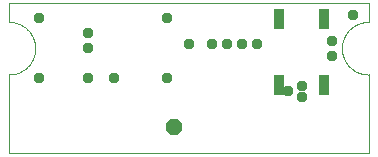
<source format=gbs>
G75*
%MOIN*%
%OFA0B0*%
%FSLAX25Y25*%
%IPPOS*%
%LPD*%
%AMOC8*
5,1,8,0,0,1.08239X$1,22.5*
%
%ADD10C,0.00000*%
%ADD11R,0.03800X0.06800*%
%ADD12C,0.03778*%
%ADD13OC8,0.05550*%
D10*
X0033333Y0005000D02*
X0033333Y0031250D01*
X0033546Y0031253D01*
X0033759Y0031260D01*
X0033972Y0031273D01*
X0034184Y0031291D01*
X0034396Y0031315D01*
X0034607Y0031343D01*
X0034817Y0031377D01*
X0035027Y0031416D01*
X0035236Y0031459D01*
X0035443Y0031508D01*
X0035649Y0031562D01*
X0035854Y0031621D01*
X0036057Y0031685D01*
X0036259Y0031754D01*
X0036459Y0031827D01*
X0036657Y0031906D01*
X0036853Y0031989D01*
X0037047Y0032077D01*
X0037239Y0032170D01*
X0037428Y0032268D01*
X0037615Y0032370D01*
X0037800Y0032476D01*
X0037982Y0032587D01*
X0038161Y0032703D01*
X0038337Y0032822D01*
X0038511Y0032946D01*
X0038681Y0033074D01*
X0038848Y0033207D01*
X0039012Y0033343D01*
X0039172Y0033483D01*
X0039329Y0033627D01*
X0039482Y0033775D01*
X0039632Y0033927D01*
X0039778Y0034082D01*
X0039920Y0034241D01*
X0040059Y0034403D01*
X0040193Y0034568D01*
X0040323Y0034737D01*
X0040449Y0034909D01*
X0040571Y0035084D01*
X0040689Y0035261D01*
X0040802Y0035442D01*
X0040911Y0035625D01*
X0041015Y0035811D01*
X0041115Y0035999D01*
X0041210Y0036190D01*
X0041300Y0036383D01*
X0041386Y0036578D01*
X0041467Y0036775D01*
X0041543Y0036974D01*
X0041614Y0037175D01*
X0041681Y0037377D01*
X0041742Y0037581D01*
X0041798Y0037787D01*
X0041850Y0037994D01*
X0041896Y0038202D01*
X0041937Y0038411D01*
X0041974Y0038621D01*
X0042005Y0038831D01*
X0042031Y0039043D01*
X0042051Y0039255D01*
X0042067Y0039468D01*
X0042077Y0039680D01*
X0042082Y0039893D01*
X0042082Y0040107D01*
X0042077Y0040320D01*
X0042067Y0040532D01*
X0042051Y0040745D01*
X0042031Y0040957D01*
X0042005Y0041169D01*
X0041974Y0041379D01*
X0041937Y0041589D01*
X0041896Y0041798D01*
X0041850Y0042006D01*
X0041798Y0042213D01*
X0041742Y0042419D01*
X0041681Y0042623D01*
X0041614Y0042825D01*
X0041543Y0043026D01*
X0041467Y0043225D01*
X0041386Y0043422D01*
X0041300Y0043617D01*
X0041210Y0043810D01*
X0041115Y0044001D01*
X0041015Y0044189D01*
X0040911Y0044375D01*
X0040802Y0044558D01*
X0040689Y0044739D01*
X0040571Y0044916D01*
X0040449Y0045091D01*
X0040323Y0045263D01*
X0040193Y0045432D01*
X0040059Y0045597D01*
X0039920Y0045759D01*
X0039778Y0045918D01*
X0039632Y0046073D01*
X0039482Y0046225D01*
X0039329Y0046373D01*
X0039172Y0046517D01*
X0039012Y0046657D01*
X0038848Y0046793D01*
X0038681Y0046926D01*
X0038511Y0047054D01*
X0038337Y0047178D01*
X0038161Y0047297D01*
X0037982Y0047413D01*
X0037800Y0047524D01*
X0037615Y0047630D01*
X0037428Y0047732D01*
X0037239Y0047830D01*
X0037047Y0047923D01*
X0036853Y0048011D01*
X0036657Y0048094D01*
X0036459Y0048173D01*
X0036259Y0048246D01*
X0036057Y0048315D01*
X0035854Y0048379D01*
X0035649Y0048438D01*
X0035443Y0048492D01*
X0035236Y0048541D01*
X0035027Y0048584D01*
X0034817Y0048623D01*
X0034607Y0048657D01*
X0034396Y0048685D01*
X0034184Y0048709D01*
X0033972Y0048727D01*
X0033759Y0048740D01*
X0033546Y0048747D01*
X0033333Y0048750D01*
X0033333Y0054961D01*
X0153333Y0055000D01*
X0153333Y0048750D01*
X0153119Y0048754D01*
X0152905Y0048753D01*
X0152691Y0048746D01*
X0152477Y0048735D01*
X0152264Y0048718D01*
X0152051Y0048696D01*
X0151839Y0048668D01*
X0151627Y0048636D01*
X0151416Y0048598D01*
X0151207Y0048556D01*
X0150998Y0048508D01*
X0150790Y0048455D01*
X0150584Y0048397D01*
X0150380Y0048334D01*
X0150177Y0048266D01*
X0149975Y0048193D01*
X0149776Y0048115D01*
X0149578Y0048032D01*
X0149383Y0047944D01*
X0149190Y0047852D01*
X0148999Y0047755D01*
X0148811Y0047653D01*
X0148625Y0047547D01*
X0148441Y0047436D01*
X0148261Y0047321D01*
X0148083Y0047202D01*
X0147909Y0047078D01*
X0147737Y0046950D01*
X0147569Y0046818D01*
X0147404Y0046681D01*
X0147242Y0046541D01*
X0147084Y0046397D01*
X0146929Y0046249D01*
X0146778Y0046097D01*
X0146631Y0045941D01*
X0146488Y0045782D01*
X0146348Y0045620D01*
X0146213Y0045454D01*
X0146081Y0045285D01*
X0145954Y0045113D01*
X0145831Y0044937D01*
X0145713Y0044759D01*
X0145598Y0044578D01*
X0145489Y0044394D01*
X0145384Y0044208D01*
X0145283Y0044019D01*
X0145187Y0043827D01*
X0145096Y0043634D01*
X0145009Y0043438D01*
X0144928Y0043240D01*
X0144851Y0043040D01*
X0144779Y0042838D01*
X0144712Y0042635D01*
X0144650Y0042430D01*
X0144593Y0042224D01*
X0144541Y0042016D01*
X0144495Y0041807D01*
X0144453Y0041597D01*
X0144416Y0041386D01*
X0144385Y0041174D01*
X0144359Y0040962D01*
X0144338Y0040748D01*
X0144322Y0040535D01*
X0144312Y0040321D01*
X0144307Y0040107D01*
X0144307Y0039893D01*
X0144312Y0039679D01*
X0144322Y0039465D01*
X0144338Y0039252D01*
X0144359Y0039038D01*
X0144385Y0038826D01*
X0144416Y0038614D01*
X0144453Y0038403D01*
X0144495Y0038193D01*
X0144541Y0037984D01*
X0144593Y0037776D01*
X0144650Y0037570D01*
X0144712Y0037365D01*
X0144779Y0037162D01*
X0144851Y0036960D01*
X0144928Y0036760D01*
X0145009Y0036562D01*
X0145096Y0036366D01*
X0145187Y0036173D01*
X0145283Y0035981D01*
X0145384Y0035792D01*
X0145489Y0035606D01*
X0145598Y0035422D01*
X0145713Y0035241D01*
X0145831Y0035063D01*
X0145954Y0034887D01*
X0146081Y0034715D01*
X0146213Y0034546D01*
X0146348Y0034380D01*
X0146488Y0034218D01*
X0146631Y0034059D01*
X0146778Y0033903D01*
X0146929Y0033751D01*
X0147084Y0033603D01*
X0147242Y0033459D01*
X0147404Y0033319D01*
X0147569Y0033182D01*
X0147737Y0033050D01*
X0147909Y0032922D01*
X0148083Y0032798D01*
X0148261Y0032679D01*
X0148441Y0032564D01*
X0148625Y0032453D01*
X0148811Y0032347D01*
X0148999Y0032245D01*
X0149190Y0032148D01*
X0149383Y0032056D01*
X0149578Y0031968D01*
X0149776Y0031885D01*
X0149975Y0031807D01*
X0150177Y0031734D01*
X0150380Y0031666D01*
X0150584Y0031603D01*
X0150790Y0031545D01*
X0150998Y0031492D01*
X0151207Y0031444D01*
X0151416Y0031402D01*
X0151627Y0031364D01*
X0151839Y0031332D01*
X0152051Y0031304D01*
X0152264Y0031282D01*
X0152477Y0031265D01*
X0152691Y0031254D01*
X0152905Y0031247D01*
X0153119Y0031246D01*
X0153333Y0031250D01*
X0153333Y0005000D01*
X0033333Y0005000D01*
D11*
X0123333Y0027750D03*
X0138333Y0027750D03*
X0138333Y0049750D03*
X0123333Y0049750D03*
D12*
X0115833Y0041250D03*
X0110833Y0041250D03*
X0105833Y0041250D03*
X0100833Y0041250D03*
X0093333Y0041250D03*
X0085833Y0050000D03*
X0059583Y0045000D03*
X0059583Y0040000D03*
X0059583Y0030000D03*
X0068333Y0030000D03*
X0085833Y0030000D03*
X0126458Y0025625D03*
X0130833Y0027500D03*
X0130833Y0023750D03*
X0140833Y0037500D03*
X0140833Y0042500D03*
X0147932Y0051106D03*
X0043333Y0050000D03*
X0043333Y0030000D03*
D13*
X0088333Y0013750D03*
M02*

</source>
